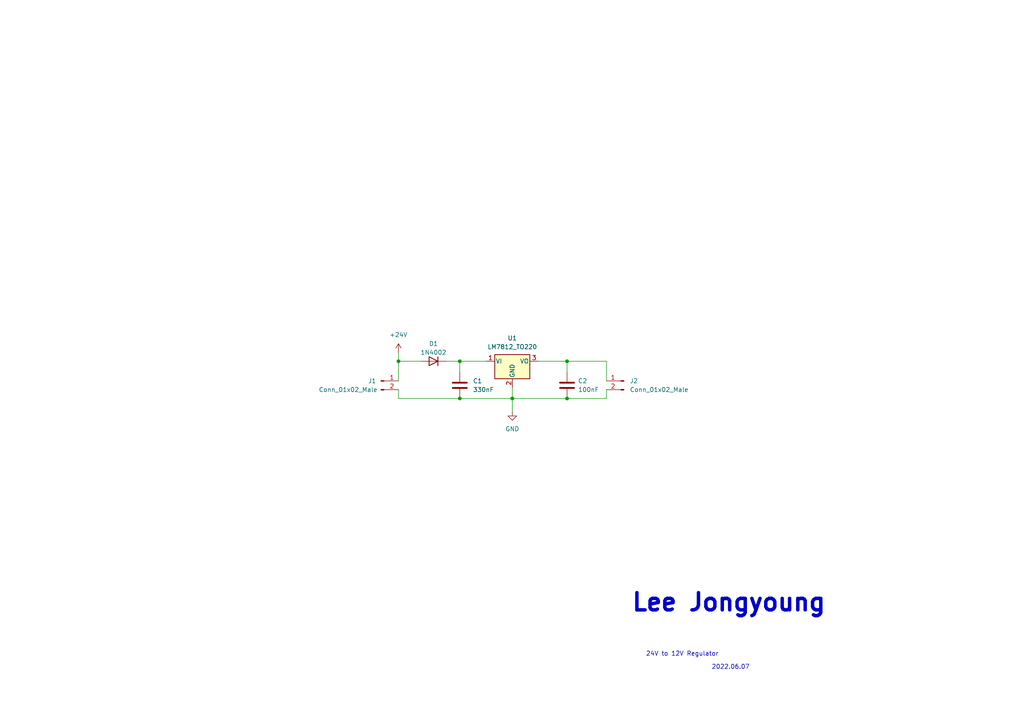
<source format=kicad_sch>
(kicad_sch (version 20211123) (generator eeschema)
  (paper "A4")
  (lib_symbols
    (symbol "Connector:Conn_01x02_Male" (pin_names (offset 1.016) hide)
      (property "Reference" "J" (at 0 2.54 0))
      (property "Value" "Conn_01x02_Male" (at 0 -5.08 0))
      (symbol "Conn_01x02_Male_1_1"
        (polyline (pts (xy 1.27 -2.54) (xy 0.8636 -2.54)) (stroke (width 0.1524)))
        (polyline (pts (xy 1.27 0) (xy 0.8636 0)) (stroke (width 0.1524)))
        (rectangle (start 0.8636 -2.413) (end 0 -2.667) (stroke (width 0.1524)) (fill (type outline)))
        (rectangle (start 0.8636 0.127) (end 0 -0.127) (stroke (width 0.1524)) (fill (type outline)))
        (pin passive line (at 5.08 0 180) (length 3.81) (name "Pin_1") (number "1"))
        (pin passive line (at 5.08 -2.54 180) (length 3.81) (name "Pin_2") (number "2"))
      )
    )
    (symbol "Device:C" (pin_numbers hide) (pin_names (offset 0.254))
      (property "Reference" "C" (at 0.635 2.54 0))
      (property "Value" "C" (at 0.635 -2.54 0))
      (symbol "C_0_1"
        (polyline (pts (xy -2.032 -0.762) (xy 2.032 -0.762)) (stroke (width 0.508)))
        (polyline (pts (xy -2.032 0.762) (xy 2.032 0.762)) (stroke (width 0.508)))
      )
      (symbol "C_1_1"
        (pin passive line (at 0 3.81 270) (length 2.794) (name "~") (number "1"))
        (pin passive line (at 0 -3.81 90) (length 2.794) (name "~") (number "2"))
      )
    )
    (symbol "Diode:1N4002" (pin_numbers hide) (pin_names (offset 1.016) hide)
      (property "Reference" "D" (at 0 2.54 0))
      (property "Value" "1N4002" (at 0 -2.54 0))
      (symbol "1N4002_0_1"
        (polyline (pts (xy -1.27 1.27) (xy -1.27 -1.27)) (stroke (width 0.254)))
        (polyline (pts (xy 1.27 0) (xy -1.27 0)))
        (polyline (pts (xy 1.27 1.27) (xy 1.27 -1.27) (xy -1.27 0) (xy 1.27 1.27)) (stroke (width 0.254)))
      )
      (symbol "1N4002_1_1"
        (pin passive line (at -3.81 0 0) (length 2.54) (name "K") (number "1"))
        (pin passive line (at 3.81 0 180) (length 2.54) (name "A") (number "2"))
      )
    )
    (symbol "Regulator_Linear:LM7812_TO220" (pin_names (offset 0.254))
      (property "Reference" "U" (at -3.81 3.175 0))
      (property "Value" "LM7812_TO220" (at 0 3.175 0))
      (symbol "LM7812_TO220_0_1"
        (rectangle (start -5.08 1.905) (end 5.08 -5.08) (stroke (width 0.254)) (fill (type background)))
      )
      (symbol "LM7812_TO220_1_1"
        (pin power_in line (at -7.62 0 0) (length 2.54) (name "VI") (number "1"))
        (pin power_in line (at 0 -7.62 90) (length 2.54) (name "GND") (number "2"))
        (pin power_out line (at 7.62 0 180) (length 2.54) (name "VO") (number "3"))
      )
    )
    (symbol "power:+24V" (power) (pin_names (offset 0))
      (property "Value" "+24V" (at 0 3.556 0))
      (symbol "+24V_0_1"
        (polyline (pts (xy -0.762 1.27) (xy 0 2.54)))
        (polyline (pts (xy 0 0) (xy 0 2.54)))
        (polyline (pts (xy 0 2.54) (xy 0.762 1.27)))
      )
      (symbol "+24V_1_1"
        (pin power_in line (at 0 0 90) (length 0) hide (name "+24V") (number "1"))
      )
    )
    (symbol "power:GND" (power) (pin_names (offset 0))
      (property "Value" "GND" (at 0 -3.81 0))
      (symbol "GND_0_1"
        (polyline (pts (xy 0 0) (xy 0 -1.27) (xy 1.27 -1.27) (xy 0 -2.54) (xy -1.27 -1.27) (xy 0 -1.27)))
      )
      (symbol "GND_1_1"
        (pin power_in line (at 0 0 270) (length 0) hide (name "GND") (number "1"))
      )
    )
  )
  (junction (at 133.35 104.775))
  (junction (at 115.57 104.775))
  (junction (at 133.35 115.57))
  (junction (at 164.465 104.775))
  (junction (at 164.465 115.57))
  (junction (at 148.59 115.57))
  (wire (pts (xy 133.35 104.775) (xy 133.35 107.95)))
  (wire (pts (xy 164.465 115.57) (xy 175.895 115.57)))
  (wire (pts (xy 148.59 115.57) (xy 164.465 115.57)))
  (wire (pts (xy 115.57 104.775) (xy 121.92 104.775)))
  (wire (pts (xy 175.895 104.775) (xy 164.465 104.775)))
  (wire (pts (xy 115.57 110.49) (xy 115.57 104.775)))
  (wire (pts (xy 148.59 115.57) (xy 148.59 112.395)))
  (wire (pts (xy 175.895 110.49) (xy 175.895 104.775)))
  (wire (pts (xy 115.57 102.235) (xy 115.57 104.775)))
  (wire (pts (xy 133.35 115.57) (xy 148.59 115.57)))
  (wire (pts (xy 156.21 104.775) (xy 164.465 104.775)))
  (wire (pts (xy 133.35 115.57) (xy 115.57 115.57)))
  (wire (pts (xy 164.465 104.775) (xy 164.465 107.95)))
  (wire (pts (xy 115.57 115.57) (xy 115.57 113.03)))
  (wire (pts (xy 129.54 104.775) (xy 133.35 104.775)))
  (wire (pts (xy 133.35 104.775) (xy 140.97 104.775)))
  (wire (pts (xy 148.59 115.57) (xy 148.59 119.38)))
  (wire (pts (xy 175.895 115.57) (xy 175.895 113.03)))
  (text "Lee Jongyoung" (at 182.88 177.8 0) (effects (font (size 5 5) (thickness 1) bold) (justify left bottom)))
  (text "2022.06.07" (at 206.375 194.31 0) (effects (font (size 1.27 1.27)) (justify left bottom)))
  (text "24V to 12V Regulator" (at 187.325 190.5 0) (effects (font (size 1.27 1.27)) (justify left bottom)))
  (symbol (lib_id "power:+24V") (at 115.57 102.235 0) (unit 1)
    (property "Reference" "#PWR01" (effects hide))
    (property "Value" "+24V" (at 115.57 97.1042 0))
  )
  (symbol (lib_id "Device:C") (at 133.35 111.76 0) (unit 1)
    (property "Reference" "C1" (at 137.16 110.4899 0) (effects (justify left)))
    (property "Value" "330nF" (at 137.16 113.0299 0) (effects (justify left)))
    (property "Footprint" "Capacitor_THT:C_Disc_D6.0mm_W2.5mm_P5.00mm" (effects hide))
  )
  (symbol (lib_id "power:GND") (at 148.59 119.38 0) (unit 1)
    (property "Reference" "#PWR02" (effects hide))
    (property "Value" "GND" (at 148.59 124.4092 0))
  )
  (symbol (lib_id "Device:C") (at 164.465 111.76 0) (unit 1)
    (property "Reference" "C2" (at 167.64 110.4899 0) (effects (justify left)))
    (property "Value" "100nF" (at 167.64 113.0299 0) (effects (justify left)))
    (property "Footprint" "Capacitor_THT:C_Disc_D6.0mm_W2.5mm_P5.00mm" (effects hide))
  )
  (symbol (lib_id "Regulator_Linear:LM7812_TO220") (at 148.59 104.775 0) (unit 1)
    (property "Reference" "U1" (at 148.59 98.0694 0))
    (property "Value" "LM7812_TO220" (at 148.59 100.6094 0))
    (property "Footprint" "Package_TO_SOT_THT:TO-220-3_Vertical" (effects hide))
    (property "Datasheet" "https://www.onsemi.cn/PowerSolutions/document/MC7800-D.PDF" (effects hide))
  )
  (symbol (lib_id "Connector:Conn_01x02_Male") (at 180.975 110.49 0) (mirror y) (unit 1)
    (property "Reference" "J2" (at 182.6514 110.4899 0) (effects (justify right)))
    (property "Value" "Conn_01x02_Male" (at 182.6514 113.0299 0) (effects (justify right)))
    (property "Footprint" "Connector_PinHeader_2.00mm:PinHeader_1x02_P2.00mm_Vertical" (effects hide))
  )
  (symbol (lib_id "Connector:Conn_01x02_Male") (at 110.49 110.49 0) (unit 1)
    (property "Reference" "J1" (at 107.95 110.49 0))
    (property "Value" "Conn_01x02_Male" (at 100.965 113.03 0))
    (property "Footprint" "Connector_PinHeader_2.00mm:PinHeader_1x02_P2.00mm_Vertical" (effects hide))
  )
  (symbol (lib_id "Diode:1N4002") (at 125.73 104.775 0) (mirror y) (unit 1)
    (property "Reference" "D1" (at 125.73 99.695 0))
    (property "Value" "1N4002" (at 125.73 102.235 0))
    (property "Footprint" "Diode_THT:D_DO-41_SOD81_P10.16mm_Horizontal" (effects hide))
    (property "Datasheet" "http://www.vishay.com/docs/88503/1n4001.pdf" (effects hide))
  )
)
</source>
